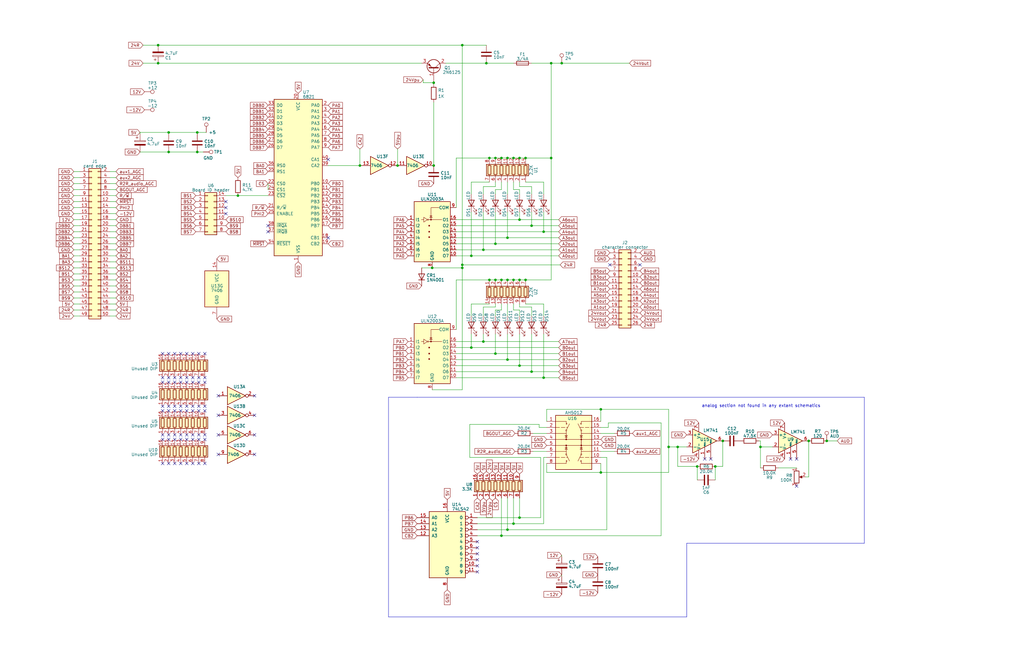
<source format=kicad_sch>
(kicad_sch (version 20230121) (generator eeschema)
  (paper "B")
  (junction (at 229.235 159.385))
  (junction (at 219.075 218.44))
  (junction (at 151.765 69.85))
  (junction (at 229.235 97.79))
  (junction (at 206.375 118.11))
  (junction (at 304.8 186.055))
  (junction (at 301.625 196.85))
  (junction (at 224.155 156.845))
  (junction (at 203.835 105.41))
  (junction (at 213.995 118.11))
  (junction (at 182.245 113.03))
  (junction (at 294.005 196.85))
  (junction (at 206.375 66.675))
  (junction (at 198.755 146.685))
  (junction (at 211.455 66.675))
  (junction (at 216.535 220.98))
  (junction (at 232.41 66.675))
  (junction (at 216.535 66.675))
  (junction (at 213.995 223.52))
  (junction (at 182.88 34.925))
  (junction (at 83.185 64.135))
  (junction (at 213.995 151.765))
  (junction (at 253.365 172.72))
  (junction (at 167.64 69.85))
  (junction (at 253.365 199.39))
  (junction (at 205.105 26.67))
  (junction (at 320.675 188.595))
  (junction (at 208.915 149.225))
  (junction (at 208.915 66.675))
  (junction (at 71.12 55.88))
  (junction (at 224.155 95.25))
  (junction (at 203.835 144.145))
  (junction (at 232.41 26.67))
  (junction (at 208.915 118.11))
  (junction (at 66.675 26.67))
  (junction (at 219.075 66.675))
  (junction (at 219.075 118.11))
  (junction (at 66.675 19.05))
  (junction (at 182.88 69.85))
  (junction (at 194.945 111.76))
  (junction (at 213.995 66.675))
  (junction (at 285.75 188.595))
  (junction (at 194.945 19.05))
  (junction (at 194.945 113.03))
  (junction (at 219.075 92.71))
  (junction (at 213.995 100.33))
  (junction (at 221.615 66.675))
  (junction (at 100.33 82.55))
  (junction (at 221.615 118.11))
  (junction (at 236.855 26.67))
  (junction (at 211.455 226.06))
  (junction (at 83.185 55.88))
  (junction (at 211.455 118.11))
  (junction (at 216.535 118.11))
  (junction (at 208.915 102.87))
  (junction (at 219.075 154.305))
  (junction (at 348.615 186.055))
  (junction (at 71.12 64.135))
  (junction (at 198.755 107.95))
  (junction (at 340.995 186.055))
  (junction (at 281.94 188.595))
  (no_connect (at 81.28 149.225))
  (no_connect (at 92.075 191.77))
  (no_connect (at 78.74 195.58))
  (no_connect (at 73.66 161.29))
  (no_connect (at 107.315 183.515))
  (no_connect (at 95.25 85.09))
  (no_connect (at 83.82 183.515))
  (no_connect (at 83.82 185.42))
  (no_connect (at 78.74 171.45))
  (no_connect (at 68.58 161.29))
  (no_connect (at 201.295 241.3))
  (no_connect (at 78.74 159.385))
  (no_connect (at 76.2 161.29))
  (no_connect (at 81.28 183.515))
  (no_connect (at 83.82 171.45))
  (no_connect (at 257.175 111.76))
  (no_connect (at 138.43 100.33))
  (no_connect (at 138.43 67.31))
  (no_connect (at 107.315 191.77))
  (no_connect (at 83.82 161.29))
  (no_connect (at 201.295 238.76))
  (no_connect (at 68.58 149.225))
  (no_connect (at 81.28 173.355))
  (no_connect (at 86.36 173.355))
  (no_connect (at 201.295 236.22))
  (no_connect (at 73.66 173.355))
  (no_connect (at 71.12 183.515))
  (no_connect (at 86.36 159.385))
  (no_connect (at 71.12 185.42))
  (no_connect (at 68.58 173.355))
  (no_connect (at 92.075 183.515))
  (no_connect (at 78.74 185.42))
  (no_connect (at 68.58 171.45))
  (no_connect (at 78.74 173.355))
  (no_connect (at 76.2 149.225))
  (no_connect (at 68.58 195.58))
  (no_connect (at 81.28 171.45))
  (no_connect (at 201.295 233.68))
  (no_connect (at 76.2 195.58))
  (no_connect (at 76.2 171.45))
  (no_connect (at 71.12 159.385))
  (no_connect (at 76.2 159.385))
  (no_connect (at 73.66 171.45))
  (no_connect (at 95.25 87.63))
  (no_connect (at 73.66 185.42))
  (no_connect (at 113.03 95.25))
  (no_connect (at 68.58 159.385))
  (no_connect (at 71.12 149.225))
  (no_connect (at 78.74 161.29))
  (no_connect (at 269.875 111.76))
  (no_connect (at 86.36 171.45))
  (no_connect (at 73.66 183.515))
  (no_connect (at 83.82 173.355))
  (no_connect (at 335.915 193.675))
  (no_connect (at 107.315 175.26))
  (no_connect (at 335.915 205.105))
  (no_connect (at 86.36 149.225))
  (no_connect (at 201.295 231.14))
  (no_connect (at 113.03 97.79))
  (no_connect (at 81.28 161.29))
  (no_connect (at 68.58 185.42))
  (no_connect (at 86.36 185.42))
  (no_connect (at 201.295 228.6))
  (no_connect (at 83.82 195.58))
  (no_connect (at 73.66 195.58))
  (no_connect (at 71.12 173.355))
  (no_connect (at 83.82 149.225))
  (no_connect (at 297.18 193.675))
  (no_connect (at 78.74 149.225))
  (no_connect (at 86.36 183.515))
  (no_connect (at 107.315 167.005))
  (no_connect (at 81.28 185.42))
  (no_connect (at 95.25 90.17))
  (no_connect (at 73.66 159.385))
  (no_connect (at 83.82 159.385))
  (no_connect (at 86.36 195.58))
  (no_connect (at 71.12 161.29))
  (no_connect (at 92.075 167.005))
  (no_connect (at 68.58 183.515))
  (no_connect (at 71.12 195.58))
  (no_connect (at 333.375 193.675))
  (no_connect (at 73.66 149.225))
  (no_connect (at 76.2 185.42))
  (no_connect (at 78.74 183.515))
  (no_connect (at 76.2 183.515))
  (no_connect (at 81.28 159.385))
  (no_connect (at 92.075 175.26))
  (no_connect (at 71.12 171.45))
  (no_connect (at 76.2 173.355))
  (no_connect (at 299.72 193.675))
  (no_connect (at 86.36 161.29))
  (no_connect (at 81.28 195.58))
  (wire (pts (xy 211.455 128.27) (xy 211.455 130.81)))
  (wire (pts (xy 198.755 146.685) (xy 198.755 140.97)))
  (wire (pts (xy 301.625 202.565) (xy 301.625 196.85)))
  (wire (pts (xy 48.895 113.03) (xy 46.355 113.03)))
  (wire (pts (xy 48.895 123.19) (xy 46.355 123.19)))
  (polyline (pts (xy 364.49 167.64) (xy 364.49 229.235)))
  (wire (pts (xy 48.895 102.87) (xy 46.355 102.87)))
  (wire (pts (xy 281.94 188.595) (xy 285.75 188.595)))
  (wire (pts (xy 48.895 107.95) (xy 46.355 107.95)))
  (wire (pts (xy 48.895 80.01) (xy 46.355 80.01)))
  (wire (pts (xy 227.33 179.07) (xy 227.33 180.34)))
  (wire (pts (xy 216.535 130.81) (xy 219.075 130.81)))
  (wire (pts (xy 198.755 107.95) (xy 198.755 89.535)))
  (wire (pts (xy 187.96 26.67) (xy 205.105 26.67)))
  (wire (pts (xy 256.54 180.34) (xy 253.365 180.34)))
  (wire (pts (xy 198.755 107.95) (xy 192.405 107.95)))
  (wire (pts (xy 229.235 193.04) (xy 230.505 193.04)))
  (wire (pts (xy 33.655 90.17) (xy 31.115 90.17)))
  (wire (pts (xy 192.405 92.71) (xy 219.075 92.71)))
  (wire (pts (xy 285.75 188.595) (xy 285.75 196.85)))
  (wire (pts (xy 33.655 72.39) (xy 31.115 72.39)))
  (wire (pts (xy 230.505 177.8) (xy 230.505 172.72)))
  (wire (pts (xy 281.94 188.595) (xy 281.94 199.39)))
  (wire (pts (xy 320.675 186.055) (xy 320.675 188.595)))
  (wire (pts (xy 235.585 144.145) (xy 203.835 144.145)))
  (wire (pts (xy 198.755 81.915) (xy 198.755 76.835)))
  (wire (pts (xy 208.915 80.01) (xy 211.455 80.01)))
  (wire (pts (xy 198.755 76.835) (xy 206.375 76.835)))
  (wire (pts (xy 236.855 26.67) (xy 265.43 26.67)))
  (wire (pts (xy 201.295 223.52) (xy 213.995 223.52)))
  (wire (pts (xy 229.235 159.385) (xy 229.235 140.97)))
  (wire (pts (xy 227.965 218.44) (xy 227.965 193.04)))
  (wire (pts (xy 100.33 82.55) (xy 113.03 82.55)))
  (wire (pts (xy 224.155 156.845) (xy 192.405 156.845)))
  (wire (pts (xy 198.755 133.35) (xy 198.755 128.27)))
  (wire (pts (xy 230.505 172.72) (xy 253.365 172.72)))
  (wire (pts (xy 208.915 149.225) (xy 192.405 149.225)))
  (wire (pts (xy 33.655 107.95) (xy 31.115 107.95)))
  (wire (pts (xy 230.505 199.39) (xy 253.365 199.39)))
  (wire (pts (xy 33.655 80.01) (xy 31.115 80.01)))
  (wire (pts (xy 235.585 146.685) (xy 198.755 146.685)))
  (wire (pts (xy 33.655 95.25) (xy 31.115 95.25)))
  (wire (pts (xy 33.655 120.65) (xy 31.115 120.65)))
  (wire (pts (xy 203.835 78.74) (xy 203.835 81.915)))
  (wire (pts (xy 219.075 81.915) (xy 219.075 80.01)))
  (wire (pts (xy 211.455 210.185) (xy 211.455 226.06)))
  (wire (pts (xy 198.12 179.07) (xy 227.33 179.07)))
  (wire (pts (xy 304.8 196.85) (xy 301.625 196.85)))
  (wire (pts (xy 259.08 182.88) (xy 253.365 182.88)))
  (wire (pts (xy 224.155 95.25) (xy 192.405 95.25)))
  (wire (pts (xy 48.895 92.71) (xy 46.355 92.71)))
  (wire (pts (xy 320.675 188.595) (xy 320.675 197.485)))
  (wire (pts (xy 151.765 69.85) (xy 152.4 69.85)))
  (wire (pts (xy 216.535 128.27) (xy 216.535 130.81)))
  (wire (pts (xy 208.915 130.81) (xy 208.915 133.35)))
  (wire (pts (xy 33.655 110.49) (xy 31.115 110.49)))
  (wire (pts (xy 48.895 130.81) (xy 46.355 130.81)))
  (wire (pts (xy 235.585 151.765) (xy 213.995 151.765)))
  (wire (pts (xy 71.12 64.135) (xy 83.185 64.135)))
  (wire (pts (xy 221.615 66.675) (xy 232.41 66.675)))
  (wire (pts (xy 48.895 118.11) (xy 46.355 118.11)))
  (polyline (pts (xy 289.56 260.35) (xy 163.83 260.35)))
  (wire (pts (xy 229.235 89.535) (xy 229.235 97.79)))
  (wire (pts (xy 221.615 128.27) (xy 229.235 128.27)))
  (wire (pts (xy 208.915 129.54) (xy 203.835 129.54)))
  (wire (pts (xy 256.54 178.435) (xy 256.54 180.34)))
  (wire (pts (xy 83.185 55.88) (xy 83.185 56.515)))
  (wire (pts (xy 59.055 64.135) (xy 71.12 64.135)))
  (wire (pts (xy 208.915 66.675) (xy 206.375 66.675)))
  (wire (pts (xy 235.585 154.305) (xy 219.075 154.305)))
  (wire (pts (xy 211.455 130.81) (xy 208.915 130.81)))
  (wire (pts (xy 48.895 125.73) (xy 46.355 125.73)))
  (wire (pts (xy 221.615 76.835) (xy 229.235 76.835)))
  (wire (pts (xy 33.655 85.09) (xy 31.115 85.09)))
  (wire (pts (xy 216.535 210.185) (xy 216.535 220.98)))
  (wire (pts (xy 48.895 74.93) (xy 46.355 74.93)))
  (wire (pts (xy 348.615 186.055) (xy 353.06 186.055)))
  (wire (pts (xy 178.435 33.655) (xy 178.435 34.925)))
  (wire (pts (xy 48.895 115.57) (xy 46.355 115.57)))
  (wire (pts (xy 320.04 186.055) (xy 320.675 186.055)))
  (wire (pts (xy 221.615 66.675) (xy 219.075 66.675)))
  (wire (pts (xy 192.405 118.11) (xy 206.375 118.11)))
  (wire (pts (xy 48.895 95.25) (xy 46.355 95.25)))
  (wire (pts (xy 278.765 226.06) (xy 278.765 178.435)))
  (wire (pts (xy 340.995 186.055) (xy 340.995 201.295)))
  (wire (pts (xy 33.655 87.63) (xy 31.115 87.63)))
  (wire (pts (xy 206.375 118.11) (xy 208.915 118.11)))
  (wire (pts (xy 60.325 19.05) (xy 66.675 19.05)))
  (wire (pts (xy 281.94 172.72) (xy 281.94 188.595)))
  (wire (pts (xy 182.245 113.03) (xy 194.945 113.03)))
  (wire (pts (xy 71.12 55.88) (xy 83.185 55.88)))
  (wire (pts (xy 285.75 188.595) (xy 289.56 188.595)))
  (wire (pts (xy 213.995 151.765) (xy 213.995 140.97)))
  (wire (pts (xy 224.155 95.25) (xy 224.155 89.535)))
  (wire (pts (xy 203.835 105.41) (xy 203.835 89.535)))
  (wire (pts (xy 219.075 129.54) (xy 224.155 129.54)))
  (wire (pts (xy 203.835 133.35) (xy 203.835 129.54)))
  (wire (pts (xy 281.94 199.39) (xy 253.365 199.39)))
  (wire (pts (xy 219.075 154.305) (xy 219.075 140.97)))
  (wire (pts (xy 219.075 66.675) (xy 216.535 66.675)))
  (wire (pts (xy 325.755 188.595) (xy 320.675 188.595)))
  (wire (pts (xy 48.895 72.39) (xy 46.355 72.39)))
  (wire (pts (xy 232.41 26.67) (xy 232.41 66.675)))
  (polyline (pts (xy 175.895 167.64) (xy 364.49 167.64)))
  (wire (pts (xy 235.585 105.41) (xy 203.835 105.41)))
  (wire (pts (xy 178.435 34.925) (xy 182.88 34.925)))
  (wire (pts (xy 192.405 97.79) (xy 229.235 97.79)))
  (wire (pts (xy 194.945 164.465) (xy 194.945 113.03)))
  (polyline (pts (xy 289.56 229.235) (xy 289.56 260.35)))
  (wire (pts (xy 235.585 159.385) (xy 229.235 159.385)))
  (wire (pts (xy 33.655 128.27) (xy 31.115 128.27)))
  (wire (pts (xy 224.155 26.67) (xy 232.41 26.67)))
  (wire (pts (xy 85.725 64.135) (xy 83.185 64.135)))
  (wire (pts (xy 33.655 113.03) (xy 31.115 113.03)))
  (wire (pts (xy 59.055 55.88) (xy 59.055 56.515)))
  (wire (pts (xy 95.25 82.55) (xy 100.33 82.55)))
  (wire (pts (xy 253.365 172.72) (xy 253.365 177.8)))
  (wire (pts (xy 182.88 35.56) (xy 182.88 34.925)))
  (wire (pts (xy 206.375 128.27) (xy 198.755 128.27)))
  (wire (pts (xy 203.835 105.41) (xy 192.405 105.41)))
  (wire (pts (xy 138.43 69.85) (xy 151.765 69.85)))
  (wire (pts (xy 285.75 196.85) (xy 294.005 196.85)))
  (wire (pts (xy 48.895 105.41) (xy 46.355 105.41)))
  (wire (pts (xy 194.945 19.05) (xy 205.105 19.05)))
  (wire (pts (xy 33.655 97.79) (xy 31.115 97.79)))
  (wire (pts (xy 33.655 115.57) (xy 31.115 115.57)))
  (wire (pts (xy 194.945 111.76) (xy 194.945 113.03)))
  (wire (pts (xy 227.965 218.44) (xy 219.075 218.44)))
  (wire (pts (xy 48.895 97.79) (xy 46.355 97.79)))
  (wire (pts (xy 71.12 55.88) (xy 71.12 56.515)))
  (wire (pts (xy 48.895 85.09) (xy 46.355 85.09)))
  (wire (pts (xy 211.455 80.01) (xy 211.455 76.835)))
  (wire (pts (xy 216.535 76.835) (xy 216.535 80.01)))
  (wire (pts (xy 216.535 220.98) (xy 229.235 220.98)))
  (wire (pts (xy 224.79 190.5) (xy 230.505 190.5)))
  (wire (pts (xy 219.075 218.44) (xy 201.295 218.44)))
  (wire (pts (xy 229.235 81.915) (xy 229.235 76.835)))
  (wire (pts (xy 48.895 133.35) (xy 46.355 133.35)))
  (wire (pts (xy 255.905 193.04) (xy 253.365 193.04)))
  (wire (pts (xy 48.895 128.27) (xy 46.355 128.27)))
  (wire (pts (xy 59.055 55.88) (xy 71.12 55.88)))
  (wire (pts (xy 33.655 125.73) (xy 31.115 125.73)))
  (wire (pts (xy 33.655 130.81) (xy 31.115 130.81)))
  (wire (pts (xy 33.655 105.41) (xy 31.115 105.41)))
  (wire (pts (xy 33.655 82.55) (xy 31.115 82.55)))
  (wire (pts (xy 216.535 118.11) (xy 213.995 118.11)))
  (wire (pts (xy 213.995 223.52) (xy 255.905 223.52)))
  (wire (pts (xy 221.615 118.11) (xy 232.41 118.11)))
  (wire (pts (xy 224.155 156.845) (xy 224.155 140.97)))
  (polyline (pts (xy 163.83 215.265) (xy 163.83 260.35)))
  (polyline (pts (xy 163.83 215.265) (xy 163.83 167.64)))
  (wire (pts (xy 182.245 164.465) (xy 194.945 164.465)))
  (wire (pts (xy 208.915 128.27) (xy 208.915 129.54)))
  (wire (pts (xy 192.405 66.675) (xy 192.405 87.63)))
  (wire (pts (xy 224.155 129.54) (xy 224.155 133.35)))
  (wire (pts (xy 48.895 110.49) (xy 46.355 110.49)))
  (wire (pts (xy 198.12 193.04) (xy 198.12 179.07)))
  (wire (pts (xy 86.995 55.88) (xy 83.185 55.88)))
  (wire (pts (xy 213.995 100.33) (xy 235.585 100.33)))
  (wire (pts (xy 224.79 182.88) (xy 230.505 182.88)))
  (wire (pts (xy 232.41 66.675) (xy 232.41 118.11)))
  (wire (pts (xy 219.075 76.835) (xy 219.075 78.74)))
  (wire (pts (xy 208.915 78.74) (xy 203.835 78.74)))
  (wire (pts (xy 235.585 149.225) (xy 208.915 149.225)))
  (wire (pts (xy 33.655 100.33) (xy 31.115 100.33)))
  (wire (pts (xy 33.655 74.93) (xy 31.115 74.93)))
  (wire (pts (xy 60.325 26.67) (xy 66.675 26.67)))
  (wire (pts (xy 294.005 202.565) (xy 294.005 196.85)))
  (wire (pts (xy 216.535 80.01) (xy 219.075 80.01)))
  (wire (pts (xy 208.915 149.225) (xy 208.915 140.97)))
  (wire (pts (xy 213.995 210.185) (xy 213.995 223.52)))
  (wire (pts (xy 192.405 118.11) (xy 192.405 139.065)))
  (wire (pts (xy 213.995 151.765) (xy 192.405 151.765)))
  (wire (pts (xy 219.075 78.74) (xy 224.155 78.74)))
  (wire (pts (xy 48.895 100.33) (xy 46.355 100.33)))
  (wire (pts (xy 235.585 156.845) (xy 224.155 156.845)))
  (wire (pts (xy 48.895 90.17) (xy 46.355 90.17)))
  (wire (pts (xy 213.995 100.33) (xy 213.995 89.535)))
  (wire (pts (xy 219.075 210.185) (xy 219.075 218.44)))
  (wire (pts (xy 213.995 66.675) (xy 216.535 66.675)))
  (wire (pts (xy 253.365 199.39) (xy 253.365 195.58)))
  (wire (pts (xy 259.08 190.5) (xy 253.365 190.5)))
  (wire (pts (xy 278.765 178.435) (xy 256.54 178.435)))
  (wire (pts (xy 33.655 77.47) (xy 31.115 77.47)))
  (wire (pts (xy 219.075 154.305) (xy 192.405 154.305)))
  (wire (pts (xy 177.8 113.03) (xy 182.245 113.03)))
  (wire (pts (xy 304.8 186.055) (xy 304.8 196.85)))
  (wire (pts (xy 213.995 118.11) (xy 211.455 118.11)))
  (wire (pts (xy 227.33 180.34) (xy 230.505 180.34)))
  (wire (pts (xy 227.965 193.04) (xy 198.12 193.04)))
  (wire (pts (xy 48.895 77.47) (xy 46.355 77.47)))
  (wire (pts (xy 229.235 193.04) (xy 229.235 220.98)))
  (wire (pts (xy 232.41 26.67) (xy 236.855 26.67)))
  (wire (pts (xy 213.995 81.915) (xy 213.995 76.835)))
  (wire (pts (xy 113.03 77.47) (xy 113.03 80.01)))
  (wire (pts (xy 201.295 220.98) (xy 216.535 220.98)))
  (wire (pts (xy 206.375 66.675) (xy 192.405 66.675)))
  (wire (pts (xy 208.915 78.74) (xy 208.915 76.835)))
  (wire (pts (xy 151.765 62.865) (xy 151.765 69.85)))
  (wire (pts (xy 33.655 92.71) (xy 31.115 92.71)))
  (wire (pts (xy 211.455 66.675) (xy 208.915 66.675)))
  (wire (pts (xy 219.075 118.11) (xy 216.535 118.11)))
  (wire (pts (xy 33.655 102.87) (xy 31.115 102.87)))
  (wire (pts (xy 48.895 87.63) (xy 46.355 87.63)))
  (wire (pts (xy 48.895 82.55) (xy 46.355 82.55)))
  (wire (pts (xy 236.855 243.205) (xy 236.855 242.57)))
  (wire (pts (xy 198.755 146.685) (xy 192.405 146.685)))
  (wire (pts (xy 219.075 92.71) (xy 235.585 92.71)))
  (wire (pts (xy 211.455 226.06) (xy 278.765 226.06)))
  (wire (pts (xy 66.675 26.67) (xy 177.8 26.67)))
  (wire (pts (xy 208.915 102.87) (xy 192.405 102.87)))
  (wire (pts (xy 203.835 144.145) (xy 203.835 140.97)))
  (wire (pts (xy 33.655 118.11) (xy 31.115 118.11)))
  (wire (pts (xy 229.235 97.79) (xy 235.585 97.79)))
  (wire (pts (xy 236.855 234.315) (xy 236.855 234.95)))
  (wire (pts (xy 219.075 130.81) (xy 219.075 133.35)))
  (wire (pts (xy 194.945 19.05) (xy 194.945 111.76)))
  (wire (pts (xy 229.235 128.27) (xy 229.235 133.35)))
  (wire (pts (xy 201.295 226.06) (xy 211.455 226.06)))
  (wire (pts (xy 235.585 107.95) (xy 198.755 107.95)))
  (wire (pts (xy 66.675 19.05) (xy 194.945 19.05)))
  (wire (pts (xy 213.995 100.33) (xy 192.405 100.33)))
  (wire (pts (xy 235.585 95.25) (xy 224.155 95.25)))
  (wire (pts (xy 229.235 159.385) (xy 192.405 159.385)))
  (wire (pts (xy 219.075 92.71) (xy 219.075 89.535)))
  (wire (pts (xy 328.295 197.485) (xy 335.915 197.485)))
  (wire (pts (xy 219.075 128.27) (xy 219.075 129.54)))
  (wire (pts (xy 235.585 102.87) (xy 208.915 102.87)))
  (wire (pts (xy 167.64 62.865) (xy 167.64 69.85)))
  (wire (pts (xy 208.915 102.87) (xy 208.915 89.535)))
  (polyline (pts (xy 364.49 229.235) (xy 289.56 229.235)))
  (wire (pts (xy 182.88 43.18) (xy 182.88 69.85)))
  (wire (pts (xy 216.535 26.67) (xy 205.105 26.67)))
  (wire (pts (xy 182.88 34.925) (xy 182.88 34.29)))
  (wire (pts (xy 339.725 201.295) (xy 340.995 201.295)))
  (wire (pts (xy 255.905 223.52) (xy 255.905 193.04)))
  (wire (pts (xy 236.22 111.76) (xy 194.945 111.76)))
  (wire (pts (xy 211.455 118.11) (xy 208.915 118.11)))
  (polyline (pts (xy 163.83 167.64) (xy 175.895 167.64)))
  (wire (pts (xy 253.365 172.72) (xy 281.94 172.72)))
  (wire (pts (xy 203.835 144.145) (xy 192.405 144.145)))
  (wire (pts (xy 208.915 81.915) (xy 208.915 80.01)))
  (wire (pts (xy 211.455 66.675) (xy 213.995 66.675)))
  (wire (pts (xy 230.505 195.58) (xy 230.505 199.39)))
  (wire (pts (xy 33.655 123.19) (xy 31.115 123.19)))
  (wire (pts (xy 48.895 120.65) (xy 46.355 120.65)))
  (wire (pts (xy 33.655 133.35) (xy 31.115 133.35)))
  (wire (pts (xy 221.615 118.11) (xy 219.075 118.11)))
  (wire (pts (xy 213.995 133.35) (xy 213.995 128.27)))
  (wire (pts (xy 224.155 78.74) (xy 224.155 81.915)))
  (text "analog section not found in any extant schematics" (at 295.91 172.085 0) (effects (font (size 1.27 1.27)) (justify left bottom)))
  (global_label "aux1_AGC" (shape input) (at 48.895 72.39 0) (property "Intersheetrefs" "${INTERSHEET_REFS}" (effects hide)))
  (global_label "GND" (shape input) (at 325.755 183.515 180) (property "Intersheetrefs" "${INTERSHEET_REFS}" (effects hide)))
  (global_label "5V" (shape input) (at 211.455 200.025 90) (property "Intersheetrefs" "${INTERSHEET_REFS}" (effects hide)))
  (global_label "BS2" (shape input) (at 82.55 85.09 180) (property "Intersheetrefs" "${INTERSHEET_REFS}" (effects hide)))
  (global_label "PA4" (shape input) (at 172.085 97.79 180) (property "Intersheetrefs" "${INTERSHEET_REFS}" (effects hide)))
  (global_label "DBB6" (shape input) (at 113.03 59.69 180) (property "Intersheetrefs" "${INTERSHEET_REFS}" (effects hide)))
  (global_label "GND" (shape input) (at 177.8 120.65 180) (property "Intersheetrefs" "${INTERSHEET_REFS}" (effects hide)))
  (global_label "12V" (shape input) (at 294.64 178.435 180) (property "Intersheetrefs" "${INTERSHEET_REFS}" (effects hide)))
  (global_label "GND" (shape input) (at 31.115 80.01 180) (property "Intersheetrefs" "${INTERSHEET_REFS}" (effects hide)))
  (global_label "CS" (shape input) (at 208.915 210.185 270) (property "Intersheetrefs" "${INTERSHEET_REFS}" (effects hide)))
  (global_label "aux2_AGC" (shape input) (at 48.895 74.93 0) (property "Intersheetrefs" "${INTERSHEET_REFS}" (effects hide)))
  (global_label "PA7" (shape input) (at 138.43 62.23 0) (property "Intersheetrefs" "${INTERSHEET_REFS}" (effects hide)))
  (global_label "PHI2" (shape input) (at 113.03 90.17 180) (property "Intersheetrefs" "${INTERSHEET_REFS}" (effects hide)))
  (global_label "DBB3" (shape input) (at 113.03 52.07 180) (property "Intersheetrefs" "${INTERSHEET_REFS}" (effects hide)))
  (global_label "BA1" (shape input) (at 113.03 72.39 180) (property "Intersheetrefs" "${INTERSHEET_REFS}" (effects hide)))
  (global_label "24V" (shape input) (at 48.895 133.35 0) (property "Intersheetrefs" "${INTERSHEET_REFS}" (effects hide)))
  (global_label "DBB2" (shape input) (at 113.03 49.53 180) (property "Intersheetrefs" "${INTERSHEET_REFS}" (effects hide)))
  (global_label "PB7" (shape input) (at 175.895 220.98 180) (property "Intersheetrefs" "${INTERSHEET_REFS}" (effects hide)))
  (global_label "BA2" (shape input) (at 48.895 107.95 0) (property "Intersheetrefs" "${INTERSHEET_REFS}" (effects hide)))
  (global_label "BS2" (shape input) (at 48.895 115.57 0) (property "Intersheetrefs" "${INTERSHEET_REFS}" (effects hide)))
  (global_label "GND" (shape input) (at 269.875 109.22 0) (property "Intersheetrefs" "${INTERSHEET_REFS}" (effects hide)))
  (global_label "DBB5" (shape input) (at 113.03 57.15 180) (property "Intersheetrefs" "${INTERSHEET_REFS}" (effects hide)))
  (global_label "5V" (shape input) (at 91.44 109.22 0) (property "Intersheetrefs" "${INTERSHEET_REFS}" (effects hide)))
  (global_label "BS8" (shape input) (at 95.25 97.79 0) (property "Intersheetrefs" "${INTERSHEET_REFS}" (effects hide)))
  (global_label "AUD" (shape input) (at 269.875 106.68 0) (property "Intersheetrefs" "${INTERSHEET_REFS}" (effects hide)))
  (global_label "BA3" (shape input) (at 31.115 110.49 180) (property "Intersheetrefs" "${INTERSHEET_REFS}" (effects hide)))
  (global_label "GND" (shape input) (at 59.055 64.135 180) (property "Intersheetrefs" "${INTERSHEET_REFS}" (effects hide)))
  (global_label "24R" (shape input) (at 236.22 111.76 0) (property "Intersheetrefs" "${INTERSHEET_REFS}" (effects hide)))
  (global_label "PA2" (shape input) (at 138.43 49.53 0) (property "Intersheetrefs" "${INTERSHEET_REFS}" (effects hide)))
  (global_label "GND" (shape input) (at 175.895 223.52 180) (property "Intersheetrefs" "${INTERSHEET_REFS}" (effects hide)))
  (global_label "DBB0" (shape input) (at 113.03 44.45 180) (property "Intersheetrefs" "${INTERSHEET_REFS}" (effects hide)))
  (global_label "GND" (shape input) (at 253.365 185.42 0) (property "Intersheetrefs" "${INTERSHEET_REFS}" (effects hide)))
  (global_label "A6out" (shape input) (at 235.585 92.71 0) (property "Intersheetrefs" "${INTERSHEET_REFS}" (effects hide)))
  (global_label "PA3" (shape input) (at 172.085 100.33 180) (property "Intersheetrefs" "${INTERSHEET_REFS}" (effects hide)))
  (global_label "BS4" (shape input) (at 48.895 118.11 0) (property "Intersheetrefs" "${INTERSHEET_REFS}" (effects hide)))
  (global_label "GND" (shape input) (at 253.365 187.96 0) (property "Intersheetrefs" "${INTERSHEET_REFS}" (effects hide)))
  (global_label "PA0" (shape input) (at 138.43 44.45 0) (property "Intersheetrefs" "${INTERSHEET_REFS}" (effects hide)))
  (global_label "~{MRST}" (shape input) (at 113.03 102.87 180) (property "Intersheetrefs" "${INTERSHEET_REFS}" (effects hide)))
  (global_label "GND" (shape input) (at 31.115 82.55 180) (property "Intersheetrefs" "${INTERSHEET_REFS}" (effects hide)))
  (global_label "5V" (shape input) (at 31.115 128.27 180) (property "Intersheetrefs" "${INTERSHEET_REFS}" (effects hide)))
  (global_label "A5out" (shape input) (at 257.175 124.46 180) (property "Intersheetrefs" "${INTERSHEET_REFS}" (effects hide)))
  (global_label "PA7" (shape input) (at 172.085 144.145 180) (property "Intersheetrefs" "${INTERSHEET_REFS}" (effects hide)))
  (global_label "DBB7" (shape input) (at 48.895 102.87 0) (property "Intersheetrefs" "${INTERSHEET_REFS}" (effects hide)))
  (global_label "5V" (shape input) (at 216.535 200.025 90) (property "Intersheetrefs" "${INTERSHEET_REFS}" (effects hide)))
  (global_label "PA0" (shape input) (at 172.085 107.95 180) (property "Intersheetrefs" "${INTERSHEET_REFS}" (effects hide)))
  (global_label "24R" (shape input) (at 269.875 137.16 0) (property "Intersheetrefs" "${INTERSHEET_REFS}" (effects hide)))
  (global_label "DBB1" (shape input) (at 48.895 95.25 0) (property "Intersheetrefs" "${INTERSHEET_REFS}" (effects hide)))
  (global_label "PB3" (shape input) (at 172.085 154.305 180) (property "Intersheetrefs" "${INTERSHEET_REFS}" (effects hide)))
  (global_label "24Vout" (shape input) (at 269.875 134.62 0) (property "Intersheetrefs" "${INTERSHEET_REFS}" (effects hide)))
  (global_label "PB5" (shape input) (at 172.085 159.385 180) (property "Intersheetrefs" "${INTERSHEET_REFS}" (effects hide)))
  (global_label "PB6" (shape input) (at 138.43 92.71 0) (property "Intersheetrefs" "${INTERSHEET_REFS}" (effects hide)))
  (global_label "BS1" (shape input) (at 31.115 115.57 180) (property "Intersheetrefs" "${INTERSHEET_REFS}" (effects hide)))
  (global_label "PA4" (shape input) (at 138.43 54.61 0) (property "Intersheetrefs" "${INTERSHEET_REFS}" (effects hide)))
  (global_label "-12V" (shape input) (at 60.96 46.355 180) (property "Intersheetrefs" "${INTERSHEET_REFS}" (effects hide)))
  (global_label "PA6" (shape input) (at 138.43 59.69 0) (property "Intersheetrefs" "${INTERSHEET_REFS}" (effects hide)))
  (global_label "BS5" (shape input) (at 31.115 120.65 180) (property "Intersheetrefs" "${INTERSHEET_REFS}" (effects hide)))
  (global_label "GND" (shape input) (at 31.115 85.09 180) (property "Intersheetrefs" "${INTERSHEET_REFS}" (effects hide)))
  (global_label "DBB4" (shape input) (at 113.03 54.61 180) (property "Intersheetrefs" "${INTERSHEET_REFS}" (effects hide)))
  (global_label "24Vout" (shape input) (at 257.175 134.62 180) (property "Intersheetrefs" "${INTERSHEET_REFS}" (effects hide)))
  (global_label "A5out" (shape input) (at 235.585 95.25 0) (property "Intersheetrefs" "${INTERSHEET_REFS}" (effects hide)))
  (global_label "GND" (shape input) (at 257.175 106.68 180) (property "Intersheetrefs" "${INTERSHEET_REFS}" (effects hide)))
  (global_label "BS6" (shape input) (at 82.55 95.25 180) (property "Intersheetrefs" "${INTERSHEET_REFS}" (effects hide)))
  (global_label "BGOUT_AGC" (shape input) (at 48.895 80.01 0) (property "Intersheetrefs" "${INTERSHEET_REFS}" (effects hide)))
  (global_label "A2out" (shape input) (at 269.875 127 0) (property "Intersheetrefs" "${INTERSHEET_REFS}" (effects hide)))
  (global_label "PHI2" (shape input) (at 48.895 87.63 0) (property "Intersheetrefs" "${INTERSHEET_REFS}" (effects hide)))
  (global_label "GND" (shape input) (at 31.115 77.47 180) (property "Intersheetrefs" "${INTERSHEET_REFS}" (effects hide)))
  (global_label "24Vout" (shape input) (at 269.875 132.08 0) (property "Intersheetrefs" "${INTERSHEET_REFS}" (effects hide)))
  (global_label "24V" (shape input) (at 31.115 133.35 180) (property "Intersheetrefs" "${INTERSHEET_REFS}" (effects hide)))
  (global_label "B0out" (shape input) (at 269.875 119.38 0) (property "Intersheetrefs" "${INTERSHEET_REFS}" (effects hide)))
  (global_label "A2out" (shape input) (at 235.585 102.87 0) (property "Intersheetrefs" "${INTERSHEET_REFS}" (effects hide)))
  (global_label "B5out" (shape input) (at 235.585 159.385 0) (property "Intersheetrefs" "${INTERSHEET_REFS}" (effects hide)))
  (global_label "5V" (shape input) (at 208.915 200.025 90) (property "Intersheetrefs" "${INTERSHEET_REFS}" (effects hide)))
  (global_label "B4out" (shape input) (at 235.585 156.845 0) (property "Intersheetrefs" "${INTERSHEET_REFS}" (effects hide)))
  (global_label "5V" (shape input) (at 203.835 200.025 90) (property "Intersheetrefs" "${INTERSHEET_REFS}" (effects hide)))
  (global_label "-12V" (shape input) (at 252.095 250.19 180) (property "Intersheetrefs" "${INTERSHEET_REFS}" (effects hide)))
  (global_label "AUD" (shape input) (at 353.06 186.055 0) (property "Intersheetrefs" "${INTERSHEET_REFS}" (effects hide)))
  (global_label "12V" (shape input) (at 252.095 234.95 180) (property "Intersheetrefs" "${INTERSHEET_REFS}" (effects hide)))
  (global_label "B3out" (shape input) (at 257.175 116.84 180) (property "Intersheetrefs" "${INTERSHEET_REFS}" (effects hide)))
  (global_label "PB7" (shape input) (at 138.43 95.25 0) (property "Intersheetrefs" "${INTERSHEET_REFS}" (effects hide)))
  (global_label "PB4" (shape input) (at 138.43 87.63 0) (property "Intersheetrefs" "${INTERSHEET_REFS}" (effects hide)))
  (global_label "CA2" (shape input) (at 151.765 62.865 90) (property "Intersheetrefs" "${INTERSHEET_REFS}" (effects hide)))
  (global_label "PB6" (shape input) (at 175.895 218.44 180) (property "Intersheetrefs" "${INTERSHEET_REFS}" (effects hide)))
  (global_label "12V" (shape input) (at 60.96 38.735 180) (property "Intersheetrefs" "${INTERSHEET_REFS}" (effects hide)))
  (global_label "R{slash}~{W}" (shape input) (at 48.895 82.55 0) (property "Intersheetrefs" "${INTERSHEET_REFS}" (effects hide)))
  (global_label "GND" (shape input) (at 31.115 105.41 180) (property "Intersheetrefs" "${INTERSHEET_REFS}" (effects hide)))
  (global_label "DBB2" (shape input) (at 31.115 97.79 180) (property "Intersheetrefs" "${INTERSHEET_REFS}" (effects hide)))
  (global_label "24Vout" (shape input) (at 257.175 132.08 180) (property "Intersheetrefs" "${INTERSHEET_REFS}" (effects hide)))
  (global_label "BS3" (shape input) (at 31.115 118.11 180) (property "Intersheetrefs" "${INTERSHEET_REFS}" (effects hide)))
  (global_label "GND" (shape input) (at 252.095 242.57 180) (property "Intersheetrefs" "${INTERSHEET_REFS}" (effects hide)))
  (global_label "R2R_audio_AGC" (shape input) (at 217.17 190.5 180) (property "Intersheetrefs" "${INTERSHEET_REFS}" (effects hide)))
  (global_label "BA0" (shape input) (at 48.895 105.41 0) (property "Intersheetrefs" "${INTERSHEET_REFS}" (effects hide)))
  (global_label "GND" (shape input) (at 188.595 248.92 270) (property "Intersheetrefs" "${INTERSHEET_REFS}" (effects hide)))
  (global_label "24Vpu" (shape input) (at 178.435 33.655 180) (property "Intersheetrefs" "${INTERSHEET_REFS}" (effects hide)))
  (global_label "24V" (shape input) (at 60.325 26.67 180) (property "Intersheetrefs" "${INTERSHEET_REFS}" (effects hide)))
  (global_label "PB2" (shape input) (at 172.085 151.765 180) (property "Intersheetrefs" "${INTERSHEET_REFS}" (effects hide)))
  (global_label "GND" (shape input) (at 230.505 187.96 180) (property "Intersheetrefs" "${INTERSHEET_REFS}" (effects hide)))
  (global_label "24Vout" (shape input) (at 265.43 26.67 0) (property "Intersheetrefs" "${INTERSHEET_REFS}" (effects hide)))
  (global_label "5V" (shape input) (at 125.73 39.37 90) (property "Intersheetrefs" "${INTERSHEET_REFS}" (effects hide)))
  (global_label "BS11" (shape input) (at 48.895 110.49 0) (property "Intersheetrefs" "${INTERSHEET_REFS}" (effects hide)))
  (global_label "B3out" (shape input) (at 235.585 154.305 0) (property "Intersheetrefs" "${INTERSHEET_REFS}" (effects hide)))
  (global_label "A3out" (shape input) (at 235.585 100.33 0) (property "Intersheetrefs" "${INTERSHEET_REFS}" (effects hide)))
  (global_label "BA1" (shape input) (at 31.115 107.95 180) (property "Intersheetrefs" "${INTERSHEET_REFS}" (effects hide)))
  (global_label "PB4" (shape input) (at 172.085 156.845 180) (property "Intersheetrefs" "${INTERSHEET_REFS}" (effects hide)))
  (global_label "DBB4" (shape input) (at 31.115 100.33 180) (property "Intersheetrefs" "${INTERSHEET_REFS}" (effects hide)))
  (global_label "PA1" (shape input) (at 138.43 46.99 0) (property "Intersheetrefs" "${INTERSHEET_REFS}" (effects hide)))
  (global_label "BS13" (shape input) (at 48.895 113.03 0) (property "Intersheetrefs" "${INTERSHEET_REFS}" (effects hide)))
  (global_label "aux2_AGC" (shape input) (at 266.7 190.5 0) (property "Intersheetrefs" "${INTERSHEET_REFS}" (effects hide)))
  (global_label "A0out" (shape input) (at 269.875 129.54 0) (property "Intersheetrefs" "${INTERSHEET_REFS}" (effects hide)))
  (global_label "5V" (shape input) (at 188.595 210.82 90) (property "Intersheetrefs" "${INTERSHEET_REFS}" (effects hide)))
  (global_label "BS4" (shape input) (at 82.55 90.17 180) (property "Intersheetrefs" "${INTERSHEET_REFS}" (effects hide)))
  (global_label "CB2" (shape input) (at 175.895 226.06 180) (property "Intersheetrefs" "${INTERSHEET_REFS}" (effects hide)))
  (global_label "GND" (shape input) (at 31.115 74.93 180) (property "Intersheetrefs" "${INTERSHEET_REFS}" (effects hide)))
  (global_label "12V" (shape input) (at 236.855 234.315 180) (property "Intersheetrefs" "${INTERSHEET_REFS}" (effects hide)))
  (global_label "GND" (shape input) (at 48.895 92.71 0) (property "Intersheetrefs" "${INTERSHEET_REFS}" (effects hide)))
  (global_label "~{MRST}" (shape input) (at 48.895 85.09 0) (property "Intersheetrefs" "${INTERSHEET_REFS}" (effects hide)))
  (global_label "CS" (shape input) (at 113.03 77.47 180) (property "Intersheetrefs" "${INTERSHEET_REFS}" (effects hide)))
  (global_label "GND" (shape input) (at 125.73 110.49 270) (property "Intersheetrefs" "${INTERSHEET_REFS}" (effects hide)))
  (global_label "24R" (shape input) (at 257.175 137.16 180) (property "Intersheetrefs" "${INTERSHEET_REFS}" (effects hide)))
  (global_label "A6out" (shape input) (at 269.875 121.92 0) (property "Intersheetrefs" "${INTERSHEET_REFS}" (effects hide)))
  (global_label "PA5" (shape input) (at 172.085 95.25 180) (property "Intersheetrefs" "${INTERSHEET_REFS}" (effects hide)))
  (global_label "B4out" (shape input) (at 269.875 114.3 0) (property "Intersheetrefs" "${INTERSHEET_REFS}" (effects hide)))
  (global_label "A1out" (shape input) (at 257.175 129.54 180) (property "Intersheetrefs" "${INTERSHEET_REFS}" (effects hide)))
  (global_label "24R" (shape input) (at 60.325 19.05 180) (property "Intersheetrefs" "${INTERSHEET_REFS}" (effects hide)))
  (global_label "A7out" (shape input) (at 235.585 144.145 0) (property "Intersheetrefs" "${INTERSHEET_REFS}" (effects hide)))
  (global_label "PB2" (shape input) (at 138.43 82.55 0) (property "Intersheetrefs" "${INTERSHEET_REFS}" (effects hide)))
  (global_label "PB1" (shape input) (at 172.085 149.225 180) (property "Intersheetrefs" "${INTERSHEET_REFS}" (effects hide)))
  (global_label "B1out" (shape input) (at 235.585 149.225 0) (property "Intersheetrefs" "${INTERSHEET_REFS}" (effects hide)))
  (global_label "BGOUT_AGC" (shape input) (at 217.17 182.88 180) (property "Intersheetrefs" "${INTERSHEET_REFS}" (effects hide)))
  (global_label "PB0" (shape input) (at 138.43 77.47 0) (property "Intersheetrefs" "${INTERSHEET_REFS}" (effects hide)))
  (global_label "5V" (shape input) (at 59.055 55.88 180) (property "Intersheetrefs" "${INTERSHEET_REFS}" (effects hide)))
  (global_label "BS3" (shape input) (at 82.55 87.63 180) (property "Intersheetrefs" "${INTERSHEET_REFS}" (effects hide)))
  (global_label "PA5" (shape input) (at 138.43 57.15 0) (property "Intersheetrefs" "${INTERSHEET_REFS}" (effects hide)))
  (global_label "GND" (shape input) (at 31.115 87.63 180) (property "Intersheetrefs" "${INTERSHEET_REFS}" (effects hide)))
  (global_label "BS6" (shape input) (at 48.895 120.65 0) (property "Intersheetrefs" "${INTERSHEET_REFS}" (effects hide)))
  (global_label "DBB0" (shape input) (at 31.115 95.25 180) (property "Intersheetrefs" "${INTERSHEET_REFS}" (effects hide)))
  (global_label "B5out" (shape input) (at 257.175 114.3 180) (property "Intersheetrefs" "${INTERSHEET_REFS}" (effects hide)))
  (global_label "PB5" (shape input) (at 138.43 90.17 0) (property "Intersheetrefs" "${INTERSHEET_REFS}" (effects hide)))
  (global_label "BS12" (shape input) (at 31.115 113.03 180) (property "Intersheetrefs" "${INTERSHEET_REFS}" (effects hide)))
  (global_label "BA0" (shape input) (at 113.03 69.85 180) (property "Intersheetrefs" "${INTERSHEET_REFS}" (effects hide)))
  (global_label "B1out" (shape input) (at 257.175 119.38 180) (property "Intersheetrefs" "${INTERSHEET_REFS}" (effects hide)))
  (global_label "GND" (shape input) (at 31.115 72.39 180) (property "Intersheetrefs" "${INTERSHEET_REFS}" (effects hide)))
  (global_label "-12V" (shape input) (at 48.895 90.17 0) (property "Intersheetrefs" "${INTERSHEET_REFS}" (effects hide)))
  (global_label "5V" (shape input) (at 100.33 74.93 90) (property "Intersheetrefs" "${INTERSHEET_REFS}" (effects hide)))
  (global_label "CA2" (shape input) (at 201.295 210.185 270) (property "Intersheetrefs" "${INTERSHEET_REFS}" (effects hide)))
  (global_label "GND" (shape input) (at 289.56 183.515 180) (property "Intersheetrefs" "${INTERSHEET_REFS}" (effects hide)))
  (global_label "BS5" (shape input) (at 82.55 92.71 180) (property "Intersheetrefs" "${INTERSHEET_REFS}" (effects hide)))
  (global_label "BS1" (shape input) (at 82.55 82.55 180) (property "Intersheetrefs" "${INTERSHEET_REFS}" (effects hide)))
  (global_label "BS9" (shape input) (at 95.25 95.25 0) (property "Intersheetrefs" "${INTERSHEET_REFS}" (effects hide)))
  (global_label "BS10" (shape input) (at 95.25 92.71 0) (property "Intersheetrefs" "${INTERSHEET_REFS}" (effects hide)))
  (global_label "PA6" (shape input) (at 172.085 92.71 180) (property "Intersheetrefs" "${INTERSHEET_REFS}" (effects hide)))
  (global_label "-12V" (shape input) (at 330.835 193.675 180) (property "Intersheetrefs" "${INTERSHEET_REFS}" (effects hide)))
  (global_label "DBB7" (shape input) (at 113.03 62.23 180) (property "Intersheetrefs" "${INTERSHEET_REFS}" (effects hide)))
  (global_label "PA3" (shape input) (at 138.43 52.07 0) (property "Intersheetrefs" "${INTERSHEET_REFS}" (effects hide)))
  (global_label "5V" (shape input) (at 213.995 200.025 90) (property "Intersheetrefs" "${INTERSHEET_REFS}" (effects hide)))
  (global_label "B2out" (shape input) (at 269.875 116.84 0) (property "Intersheetrefs" "${INTERSHEET_REFS}" (effects hide)))
  (global_label "GND" (shape input) (at 230.505 185.42 180) (property "Intersheetrefs" "${INTERSHEET_REFS}" (effects hide)))
  (global_label "BS10" (shape input) (at 48.895 125.73 0) (property "Intersheetrefs" "${INTERSHEET_REFS}" (effects hide)))
  (global_label "GND" (shape input) (at 257.175 109.22 180) (property "Intersheetrefs" "${INTERSHEET_REFS}" (effects hide)))
  (global_label "DBB6" (shape input) (at 31.115 102.87 180) (property "Intersheetrefs" "${INTERSHEET_REFS}" (effects hide)))
  (global_label "24V" (shape input) (at 206.375 200.025 90) (property "Intersheetrefs" "${INTERSHEET_REFS}" (effects hide)))
  (global_label "5Vpu" (shape input) (at 203.835 210.185 270) (property "Intersheetrefs" "${INTERSHEET_REFS}" (effects hide)))
  (global_label "GND" (shape input) (at 236.855 242.57 180) (property "Intersheetrefs" "${INTERSHEET_REFS}" (effects hide)))
  (global_label "PB1" (shape input) (at 138.43 80.01 0) (property "Intersheetrefs" "${INTERSHEET_REFS}" (effects hide)))
  (global_label "24R" (shape input) (at 48.895 130.81 0) (property "Intersheetrefs" "${INTERSHEET_REFS}" (effects hide)))
  (global_label "GND" (shape input) (at 182.88 77.47 180) (property "Intersheetrefs" "${INTERSHEET_REFS}" (effects hide)))
  (global_label "A4out" (shape input) (at 235.585 97.79 0) (property "Intersheetrefs" "${INTERSHEET_REFS}" (effects hide)))
  (global_label "PA2" (shape input) (at 172.085 102.87 180) (property "Intersheetrefs" "${INTERSHEET_REFS}" (effects hide)))
  (global_label "5V" (shape input) (at 48.895 128.27 0) (property "Intersheetrefs" "${INTERSHEET_REFS}" (effects hide)))
  (global_label "5Vpu" (shape input) (at 167.64 62.865 90) (property "Intersheetrefs" "${INTERSHEET_REFS}" (effects hide)))
  (global_label "24R" (shape input) (at 31.115 130.81 180) (property "Intersheetrefs" "${INTERSHEET_REFS}" (effects hide)))
  (global_label "DBB3" (shape input) (at 48.895 97.79 0) (property "Intersheetrefs" "${INTERSHEET_REFS}" (effects hide)))
  (global_label "DBB1" (shape input) (at 113.03 46.99 180) (property "Intersheetrefs" "${INTERSHEET_REFS}" (effects hide)))
  (global_label "-12V" (shape input) (at 294.64 193.675 180) (property "Intersheetrefs" "${INTERSHEET_REFS}" (effects hide)))
  (global_label "A7out" (shape input) (at 257.175 121.92 180) (property "Intersheetrefs" "${INTERSHEET_REFS}" (effects hide)))
  (global_label "PB3" (shape input) (at 138.43 85.09 0) (property "Intersheetrefs" "${INTERSHEET_REFS}" (effects hide)))
  (global_label "GND" (shape input) (at 31.115 90.17 180) (property "Intersheetrefs" "${INTERSHEET_REFS}" (effects hide)))
  (global_label "A4out" (shape input) (at 269.875 124.46 0) (property "Intersheetrefs" "${INTERSHEET_REFS}" (effects hide)))
  (global_label "BS9" (shape input) (at 31.115 125.73 180) (property "Intersheetrefs" "${INTERSHEET_REFS}" (effects hide)))
  (global_label "B0out" (shape input) (at 235.585 146.685 0) (property "Intersheetrefs" "${INTERSHEET_REFS}" (effects hide)))
  (global_label "5V" (shape input) (at 201.295 200.025 90) (property "Intersheetrefs" "${INTERSHEET_REFS}" (effects hide)))
  (global_label "A1out" (shape input) (at 235.585 105.41 0) (property "Intersheetrefs" "${INTERSHEET_REFS}" (effects hide)))
  (global_label "A0out" (shape input) (at 235.585 107.95 0) (property "Intersheetrefs" "${INTERSHEET_REFS}" (effects hide)))
  (global_label "24Vpu" (shape input) (at 206.375 210.185 270) (property "Intersheetrefs" "${INTERSHEET_REFS}" (effects hide)))
  (global_label "12V" (shape input) (at 330.835 178.435 180) (property "Intersheetrefs" "${INTERSHEET_REFS}" (effects hide)))
  (global_label "BS8" (shape input) (at 48.895 123.19 0) (property "Intersheetrefs" "${INTERSHEET_REFS}" (effects hide)))
  (global_label "5V" (shape input) (at 219.075 200.025 90) (property "Intersheetrefs" "${INTERSHEET_REFS}" (effects hide)))
  (global_label "BS7" (shape input) (at 82.55 97.79 180) (property "Intersheetrefs" "${INTERSHEET_REFS}" (effects hide)))
  (global_label "12V" (shape input) (at 31.115 92.71 180) (property "Intersheetrefs" "${INTERSHEET_REFS}" (effects hide)))
  (global_label "aux1_AGC" (shape input) (at 266.7 182.88 0) (property "Intersheetrefs" "${INTERSHEET_REFS}" (effects hide)))
  (global_label "PB0" (shape input) (at 172.085 146.685 180) (property "Intersheetrefs" "${INTERSHEET_REFS}" (effects hide)))
  (global_label "R{slash}~{W}" (shape input) (at 113.03 87.63 180) (property "Intersheetrefs" "${INTERSHEET_REFS}" (effects hide)))
  (global_label "GND" (shape input) (at 91.44 134.62 0) (property "Intersheetrefs" "${INTERSHEET_REFS}" (effects hide)))
  (global_label "B2out" (shape input) (at 235.585 151.765 0) (property "Intersheetrefs" "${INTERSHEET_REFS}" (effects hide)))
  (global_label "A3out" (shape input) (at 257.175 127 180) (property "Intersheetrefs" "${INTERSHEET_REFS}" (effects hide)))
  (global_label "BS7" (shape input) (at 31.115 123.19 180) (property "Intersheetrefs" "${INTERSHEET_REFS}" (effects hide)))
  (global_label "-12V" (shape input) (at 236.855 250.825 180) (property "Intersheetrefs" "${INTERSHEET_REFS}" (effects hide)))
  (global_label "DBB5" (shape input) (at 48.895 100.33 0) (property "Intersheetrefs" "${INTERSHEET_REFS}" (effects hide)))
  (global_label "CB2" (shape input) (at 138.43 102.87 0) (property "Intersheetrefs" "${INTERSHEET_REFS}" (effects hide)))
  (global_label "PA1" (shape input) (at 172.085 105.41 180) (property "Intersheetrefs" "${INTERSHEET_REFS}" (effects hide)))
  (global_label "R2R_audio_AGC" (shape input) (at 48.895 77.47 0) (property "Intersheetrefs" "${INTERSHEET_REFS}" (effects hide)))
  (symbol (lib_id "Device:LED") (at 219.075 85.725 90) (unit 1)
    (property "Reference" "DS7" (at 217.805 87.63 0) (effects (justify right)))
    (property "Value" "LED" (at 217.805 80.645 0) (effects (justify right)))
    (property "Footprint" "LED_THT:LED_D5.0mm_Horizontal_O3.81mm_Z15.0mm" (effects hide))
  )
  (symbol (lib_id "Device:LED") (at 208.915 137.16 90) (unit 1)
    (property "Reference" "DS10" (at 210.185 130.81 0) (effects (justify right)))
    (property "Value" "LED" (at 207.645 132.08 0) (effects (justify right)))
    (property "Footprint" "LED_THT:LED_D5.0mm_Horizontal_O3.81mm_Z15.0mm" (effects hide))
  )
  (symbol (lib_id "Device:C") (at 308.61 186.055 270) (unit 1)
    (property "Reference" "C12" (at 308.61 180.8861 90))
    (property "Value" "100nF" (at 308.61 182.8071 90))
    (property "Footprint" "Capacitor_THT:C_Rect_L7.0mm_W2.5mm_P5.00mm" (effects hide))
  )
  (symbol (lib_id "Device:LED") (at 203.835 85.725 90) (unit 1)
    (property "Reference" "DS2" (at 202.565 87.63 0) (effects (justify right)))
    (property "Value" "LED" (at 202.565 80.645 0) (effects (justify right)))
    (property "Footprint" "LED_THT:LED_D5.0mm_Horizontal_O3.81mm_Z15.0mm" (effects hide))
  )
  (symbol (lib_id "Device:R_Pack08") (at 78.74 154.305 0) (unit 1)
    (property "Reference" "U3" (at 66.5481 153.6613 0) (effects (justify right)))
    (property "Value" "Unused DIP" (at 66.5481 155.5823 0) (effects (justify right)))
    (property "Footprint" "Package_DIP:DIP-16_W7.62mm" (effects hide))
  )
  (symbol (lib_id "Device:LED") (at 224.155 137.16 90) (unit 1)
    (property "Reference" "DS13" (at 225.425 130.81 0) (effects (justify right)))
    (property "Value" "LED" (at 222.885 132.08 0) (effects (justify right)))
    (property "Footprint" "LED_THT:LED_D5.0mm_Horizontal_O3.81mm_Z15.0mm" (effects hide))
  )
  (symbol (lib_id "Transistor_Array:ULN2003A") (at 182.245 97.79 0) (unit 1)
    (property "Reference" "U11" (at 182.245 82.0801 0))
    (property "Value" "ULN2003A" (at 182.245 84.0011 0))
    (property "Footprint" "Package_DIP:DIP-16_W7.62mm" (effects hide))
    (property "Datasheet" "http://www.ti.com/lit/ds/symlink/uln2003a.pdf" (effects hide))
  )
  (symbol (lib_id "Connector:TestPoint") (at 348.615 186.055 0) (unit 1)
    (property "Reference" "TP6" (at 350.012 182.1093 0) (effects (justify left)))
    (property "Value" "AUD" (at 350.012 184.0303 0) (effects (justify left)))
    (property "Footprint" "TestPoint:TestPoint_Plated_Hole_D3.0mm" (effects hide))
  )
  (symbol (lib_id "Transistor_BJT:2N3906") (at 182.88 29.21 270) (mirror x) (unit 1)
    (property "Reference" "Q1" (at 187.325 28.575 90) (effects (justify left)))
    (property "Value" "2N6125" (at 186.69 30.48 90) (effects (justify left)))
    (property "Footprint" "Package_TO_SOT_THT:TO-220-3_Horizontal_TabDown" (effects hide))
  )
  (symbol (lib_id "Device:R") (at 316.23 186.055 270) (unit 1)
    (property "Reference" "R10" (at 316.23 182.0291 90))
    (property "Value" "47.5K" (at 316.23 183.9501 90))
    (property "Footprint" "Resistor_THT:R_Axial_DIN0309_L9.0mm_D3.2mm_P12.70mm_Horizontal" (effects hide))
  )
  (symbol (lib_id "Device:R") (at 262.89 190.5 270) (unit 1)
    (property "Reference" "R4" (at 262.89 190.5 90))
    (property "Value" "20.0K" (at 262.89 188.3951 90))
    (property "Footprint" "Resistor_THT:R_Axial_DIN0309_L9.0mm_D3.2mm_P12.70mm_Horizontal" (effects hide))
  )
  (symbol (lib_id "Connector:TestPoint") (at 60.96 38.735 270) (mirror x) (unit 1)
    (property "Reference" "TP3" (at 64.262 35.0901 90))
    (property "Value" "+12" (at 64.262 37.0111 90))
    (property "Footprint" "TestPoint:TestPoint_Plated_Hole_D3.0mm" (effects hide))
  )
  (symbol (lib_id "Device:C_Polarized") (at 66.675 22.86 0) (mirror x) (unit 1)
    (property "Reference" "C1" (at 69.596 24.3927 0) (effects (justify left)))
    (property "Value" "4.7uF" (at 69.596 22.4717 0) (effects (justify left)))
    (property "Footprint" "Evan's parts:CP_Radial_Tantal_D4mm_P3.81mm" (effects hide))
  )
  (symbol (lib_id "Device:Fuse") (at 220.345 26.67 90) (unit 1)
    (property "Reference" "F1" (at 220.345 22.8981 90))
    (property "Value" "3/4A" (at 220.345 24.8191 90))
    (property "Footprint" "Fuse:Fuseholder_Littelfuse_445_030_series_5x30mm" (effects hide))
  )
  (symbol (lib_id "Connector:TestPoint") (at 60.96 46.355 270) (mirror x) (unit 1)
    (property "Reference" "TP4" (at 64.262 42.7101 90))
    (property "Value" "-12" (at 64.262 44.6311 90))
    (property "Footprint" "TestPoint:TestPoint_Plated_Hole_D3.0mm" (effects hide))
  )
  (symbol (lib_id "74xx:74LS06") (at 160.02 69.85 0) (unit 6)
    (property "Reference" "U13" (at 161.29 66.04 0))
    (property "Value" "7406" (at 158.75 69.85 0))
    (property "Footprint" "Package_DIP:DIP-14_W7.62mm" (effects hide))
    (property "Datasheet" "http://www.ti.com/lit/gpn/sn74LS06" (effects hide))
  )
  (symbol (lib_id "Device:R_Pack08") (at 78.74 166.37 0) (unit 1)
    (property "Reference" "U4" (at 66.548 165.7263 0) (effects (justify right)))
    (property "Value" "Unused DIP" (at 66.548 167.6473 0) (effects (justify right)))
    (property "Footprint" "Package_DIP:DIP-16_W7.62mm" (effects hide))
  )
  (symbol (lib_id "Transistor_Array:ULN2003A") (at 182.245 149.225 0) (unit 1)
    (property "Reference" "U12" (at 182.245 133.5151 0))
    (property "Value" "ULN2003A" (at 182.245 135.4361 0))
    (property "Footprint" "Package_DIP:DIP-16_W7.62mm" (effects hide))
    (property "Datasheet" "http://www.ti.com/lit/ds/symlink/uln2003a.pdf" (effects hide))
  )
  (symbol (lib_id "Device:R_Pack08") (at 78.74 190.5 0) (unit 1)
    (property "Reference" "U10" (at 66.548 189.8563 0) (effects (justify right)))
    (property "Value" "Unused DIP" (at 66.548 191.7773 0) (effects (justify right)))
    (property "Footprint" "Package_DIP:DIP-16_W7.62mm" (effects hide))
  )
  (symbol (lib_id "Amplifier_Operational:LM741") (at 333.375 186.055 0) (unit 1)
    (property "Reference" "U9" (at 333.375 185.42 0))
    (property "Value" "LM741" (at 336.55 182.245 0))
    (property "Footprint" "Package_DIP:DIP-8_W7.62mm" (effects hide))
    (property "Datasheet" "http://www.ti.com/lit/ds/symlink/lm741.pdf" (effects hide))
  )
  (symbol (lib_id "74xx:74LS42") (at 188.595 228.6 0) (unit 1)
    (property "Reference" "U14" (at 190.5509 212.8901 0) (effects (justify left)))
    (property "Value" "74LS42" (at 190.5509 214.8111 0) (effects (justify left)))
    (property "Footprint" "Package_DIP:DIP-16_W7.62mm" (effects hide))
    (property "Datasheet" "http://www.ti.com/lit/gpn/sn74LS42" (effects hide))
  )
  (symbol (lib_id "Connector_Generic:Conn_02x25_Odd_Even") (at 38.735 102.87 0) (unit 1)
    (property "Reference" "J1" (at 40.005 68.1101 0))
    (property "Value" "card edge" (at 40.005 70.0311 0))
    (property "Footprint" "Evan's parts:Chuck_E_Cheese_small_card_edge" (effects hide))
  )
  (symbol (lib_id "Device:R_Pack07") (at 213.995 123.19 0) (mirror x) (unit 1)
    (property "Reference" "U2" (at 225.8949 123.19 90))
    (property "Value" "2.2K" (at 223.9739 123.19 90))
    (property "Footprint" "Package_DIP:DIP-14_W7.62mm" (effects hide))
  )
  (symbol (lib_id "Device:LED") (at 219.075 137.16 90) (unit 1)
    (property "Reference" "DS12" (at 220.345 130.81 0) (effects (justify right)))
    (property "Value" "LED" (at 217.805 132.08 0) (effects (justify right)))
    (property "Footprint" "LED_THT:LED_D5.0mm_Horizontal_O3.81mm_Z15.0mm" (effects hide))
  )
  (symbol (lib_id "Device:R") (at 262.89 182.88 270) (unit 1)
    (property "Reference" "R5" (at 262.89 182.88 90))
    (property "Value" "20.0K" (at 262.89 180.975 90))
    (property "Footprint" "Resistor_THT:R_Axial_DIN0309_L9.0mm_D3.2mm_P12.70mm_Horizontal" (effects hide))
  )
  (symbol (lib_id "Device:R_Pack08") (at 78.74 178.435 0) (unit 1)
    (property "Reference" "U5" (at 66.548 177.7913 0) (effects (justify right)))
    (property "Value" "Unused DIP" (at 66.548 179.7123 0) (effects (justify right)))
    (property "Footprint" "Package_DIP:DIP-16_W7.62mm" (effects hide))
  )
  (symbol (lib_id "Device:LED") (at 229.235 85.725 90) (unit 1)
    (property "Reference" "DS5" (at 227.965 87.63 0) (effects (justify right)))
    (property "Value" "LED" (at 227.965 80.645 0) (effects (justify right)))
    (property "Footprint" "LED_THT:LED_D5.0mm_Horizontal_O3.81mm_Z15.0mm" (effects hide))
  )
  (symbol (lib_id "Device:C_Polarized") (at 236.855 238.76 0) (unit 1)
    (property "Reference" "C3" (at 239.776 237.2273 0) (effects (justify left)))
    (property "Value" "4.7uF" (at 239.776 239.1483 0) (effects (justify left)))
    (property "Footprint" "Evan's parts:CP_Radial_Tantal_D4mm_P3.81mm" (effects hide))
  )
  (symbol (lib_id "Device:C_Polarized") (at 59.055 60.325 0) (unit 1)
    (property "Reference" "C2" (at 61.976 58.7923 0) (effects (justify left)))
    (property "Value" "4.7uF" (at 61.976 60.7133 0) (effects (justify left)))
    (property "Footprint" "Evan's parts:CP_Radial_Tantal_D4mm_P3.81mm" (effects hide))
  )
  (symbol (lib_id "74xx:74LS06") (at 99.695 167.005 0) (unit 1)
    (property "Reference" "U13" (at 100.965 163.195 0))
    (property "Value" "7406" (at 99.06 167.005 0))
    (property "Footprint" "Package_DIP:DIP-14_W7.62mm" (effects hide))
    (property "Datasheet" "http://www.ti.com/lit/gpn/sn74LS06" (effects hide))
  )
  (symbol (lib_id "Device:C_Polarized") (at 236.855 247.015 0) (unit 1)
    (property "Reference" "C4" (at 239.776 245.4823 0) (effects (justify left)))
    (property "Value" "4.7uF" (at 239.776 247.4033 0) (effects (justify left)))
    (property "Footprint" "Evan's parts:CP_Radial_Tantal_D4mm_P3.81mm" (effects hide))
  )
  (symbol (lib_id "Device:C") (at 182.88 73.66 0) (unit 1)
    (property "Reference" "C11" (at 185.801 73.0163 0) (effects (justify left)))
    (property "Value" "10nF" (at 185.801 74.9373 0) (effects (justify left)))
    (property "Footprint" "Capacitor_THT:C_Rect_L7.0mm_W2.5mm_P5.00mm" (effects hide))
  )
  (symbol (lib_id "Device:R_Pack07") (at 213.995 71.755 0) (mirror y) (unit 1)
    (property "Reference" "U1" (at 225.8949 71.755 90))
    (property "Value" "2.2K" (at 223.9739 71.755 90))
    (property "Footprint" "Package_DIP:DIP-14_W7.62mm" (effects hide))
  )
  (symbol (lib_id "Device:R_Potentiometer") (at 335.915 201.295 0) (unit 1)
    (property "Reference" "R8" (at 334.1371 200.6513 0) (effects (justify right)))
    (property "Value" "100K" (at 334.1371 202.5723 0) (effects (justify right)))
    (property "Footprint" "Potentiometer_THT:Potentiometer_Bourns_3005_Horizontal" (effects hide))
  )
  (symbol (lib_id "Device:C") (at 83.185 60.325 0) (unit 1)
    (property "Reference" "C10" (at 86.106 59.6813 0) (effects (justify left)))
    (property "Value" "10nF" (at 86.106 61.6023 0) (effects (justify left)))
    (property "Footprint" "Capacitor_THT:C_Rect_L7.0mm_W2.5mm_P5.00mm" (effects hide))
  )
  (symbol (lib_id "74xx:74LS06") (at 91.44 121.92 0) (unit 7)
    (property "Reference" "U13" (at 88.9 120.65 0) (effects (justify left)))
    (property "Value" "7406" (at 88.9 122.555 0) (effects (justify left)))
    (property "Footprint" "Package_DIP:DIP-14_W7.62mm" (effects hide))
    (property "Datasheet" "http://www.ti.com/lit/gpn/sn74LS06" (effects hide))
  )
  (symbol (lib_id "Amplifier_Operational:LM741") (at 297.18 186.055 0) (unit 1)
    (property "Reference" "U15" (at 297.18 185.42 0))
    (property "Value" "LM741" (at 299.72 181.61 0))
    (property "Footprint" "Package_DIP:DIP-8_W7.62mm" (effects hide))
    (property "Datasheet" "http://www.ti.com/lit/ds/symlink/lm741.pdf" (effects hide))
  )
  (symbol (lib_id "Device:LED") (at 198.755 137.16 90) (unit 1)
    (property "Reference" "DS9" (at 200.025 132.08 0) (effects (justify right)))
    (property "Value" "LED" (at 197.485 132.08 0) (effects (justify right)))
    (property "Footprint" "LED_THT:LED_D5.0mm_Horizontal_O3.81mm_Z15.0mm" (effects hide))
  )
  (symbol (lib_id "Device:C") (at 252.095 238.76 0) (unit 1)
    (property "Reference" "C7" (at 255.016 238.1163 0) (effects (justify left)))
    (property "Value" "100nF" (at 255.016 240.0373 0) (effects (justify left)))
    (property "Footprint" "Capacitor_THT:C_Rect_L7.0mm_W2.5mm_P5.00mm" (effects hide))
  )
  (symbol (lib_id "Device:R") (at 324.485 197.485 270) (mirror x) (unit 1)
    (property "Reference" "R9" (at 324.485 201.5109 90))
    (property "Value" "10.0K" (at 324.485 199.5899 90))
    (property "Footprint" "Resistor_THT:R_Axial_DIN0309_L9.0mm_D3.2mm_P12.70mm_Horizontal" (effects hide))
  )
  (symbol (lib_id "Device:C") (at 205.105 22.86 0) (unit 1)
    (property "Reference" "C5" (at 208.026 22.2163 0) (effects (justify left)))
    (property "Value" "10nF" (at 208.026 24.1373 0) (effects (justify left)))
    (property "Footprint" "Capacitor_THT:C_Rect_L7.0mm_W2.5mm_P5.00mm" (effects hide))
  )
  (symbol (lib_id "Device:R_Pack08") (at 211.455 205.105 0) (unit 1)
    (property "Reference" "U8" (at 199.2631 204.4613 0) (effects (justify right)))
    (property "Value" "3.3K" (at 199.2631 206.3823 0) (effects (justify right)))
    (property "Footprint" "Package_DIP:DIP-16_W7.62mm" (effects hide))
  )
  (symbol (lib_id "Device:R") (at 220.98 182.88 90) (mirror x) (unit 1)
    (property "Reference" "R2" (at 220.98 182.88 90))
    (property "Value" "20.0K" (at 220.98 180.7751 90))
    (property "Footprint" "Resistor_THT:R_Axial_DIN0309_L9.0mm_D3.2mm_P12.70mm_Horizontal" (effects hide))
  )
  (symbol (lib_id "Device:R") (at 220.98 190.5 90) (mirror x) (unit 1)
    (property "Reference" "R3" (at 220.98 190.5 90))
    (property "Value" "20.0K" (at 220.98 188.3951 90))
    (property "Footprint" "Resistor_THT:R_Axial_DIN0309_L9.0mm_D3.2mm_P12.70mm_Horizontal" (effects hide))
  )
  (symbol (lib_id "Device:LED") (at 203.835 137.16 90) (unit 1)
    (property "Reference" "DS8" (at 205.105 132.08 0) (effects (justify right)))
    (property "Value" "LED" (at 202.565 132.08 0) (effects (justify right)))
    (property "Footprint" "LED_THT:LED_D5.0mm_Horizontal_O3.81mm_Z15.0mm" (effects hide))
  )
  (symbol (lib_id "Device:LED") (at 224.155 85.725 90) (unit 1)
    (property "Reference" "DS6" (at 222.885 87.63 0) (effects (justify right)))
    (property "Value" "LED" (at 222.885 80.645 0) (effects (justify right)))
    (property "Footprint" "LED_THT:LED_D5.0mm_Horizontal_O3.81mm_Z15.0mm" (effects hide))
  )
  (symbol (lib_id "Connector:TestPoint") (at 85.725 64.135 270) (mirror x) (unit 1)
    (property "Reference" "TP1" (at 90.17 64.135 90) (effects (justify left)))
    (property "Value" "GND" (at 85.725 66.675 90) (effects (justify left)))
    (property "Footprint" "TestPoint:TestPoint_Plated_Hole_D3.0mm" (effects hide))
  )
  (symbol (lib_id "Device:C") (at 71.12 60.325 0) (unit 1)
    (property "Reference" "C9" (at 74.041 59.6813 0) (effects (justify left)))
    (property "Value" "10nF" (at 74.041 61.6023 0) (effects (justify left)))
    (property "Footprint" "Capacitor_THT:C_Rect_L7.0mm_W2.5mm_P5.00mm" (effects hide))
  )
  (symbol (lib_id "74xx:74LS06") (at 99.695 175.26 0) (unit 2)
    (property "Reference" "U13" (at 100.965 171.45 0))
    (property "Value" "7406" (at 99.06 175.26 0))
    (property "Footprint" "Package_DIP:DIP-14_W7.62mm" (effects hide))
    (property "Datasheet" "http://www.ti.com/lit/gpn/sn74LS06" (effects hide))
  )
  (symbol (lib_id "Connector_Generic:Conn_02x07_Counter_Clockwise") (at 87.63 90.17 0) (unit 1)
    (property "Reference" "U6" (at 88.9 78.2701 0))
    (property "Value" "Board ID header" (at 88.9 80.1911 0))
    (property "Footprint" "Package_DIP:DIP-14_W7.62mm" (effects hide))
  )
  (symbol (lib_id "74xx:74LS06") (at 175.26 69.85 0) (unit 5)
    (property "Reference" "U13" (at 176.53 66.04 0))
    (property "Value" "7406" (at 173.99 69.85 0))
    (property "Footprint" "Package_DIP:DIP-14_W7.62mm" (effects hide))
    (property "Datasheet" "http://www.ti.com/lit/gpn/sn74LS06" (effects hide))
  )
  (symbol (lib_id "Device:LED") (at 229.235 137.16 90) (unit 1)
    (property "Reference" "DS14" (at 230.505 130.81 0) (effects (justify right)))
    (property "Value" "LED" (at 227.965 132.08 0) (effects (justify right)))
    (property "Footprint" "LED_THT:LED_D5.0mm_Horizontal_O3.81mm_Z15.0mm" (effects hide))
  )
  (symbol (lib_id "Device:C") (at 252.095 246.38 0) (unit 1)
    (property "Reference" "C8" (at 255.016 245.7363 0) (effects (justify left)))
    (property "Value" "100nF" (at 255.016 247.6573 0) (effects (justify left)))
    (property "Footprint" "Capacitor_THT:C_Rect_L7.0mm_W2.5mm_P5.00mm" (effects hide))
  )
  (symbol (lib_id "74xx:74LS06") (at 99.695 191.77 0) (unit 4)
    (property "Reference" "U13" (at 100.965 187.96 0))
    (property "Value" "7406" (at 98.425 191.77 0))
    (property "Footprint" "Package_DIP:DIP-14_W7.62mm" (effects hide))
    (property "Datasheet" "http://www.ti.com/lit/gpn/sn74LS06" (effects hide))
  )
  (symbol (lib_id "Connector:TestPoint") (at 236.855 26.67 0) (unit 1)
    (property "Reference" "TP5" (at 238.252 22.7243 0) (effects (justify left)))
    (property "Value" "24" (at 238.252 24.6453 0) (effects (justify left)))
    (property "Footprint" "TestPoint:TestPoint_Plated_Hole_D3.0mm" (effects hide))
  )
  (symbol (lib_id "Diode:1N4001") (at 177.8 116.84 90) (unit 1)
    (property "Reference" "CR1" (at 179.832 116.1963 90) (effects (justify right)))
    (property "Value" "1N4001" (at 179.832 118.1173 90) (effects (justify right)))
    (property "Footprint" "Diode_THT:D_DO-41_SOD81_P12.70mm_Horizontal" (effects hide))
    (property "Datasheet" "http://www.vishay.com/docs/88503/1n4001.pdf" (effects hide))
    (property "Sim.Device" "D" (effects hide))
    (property "Sim.Pins" "1=K 2=A" (effects hide))
  )
  (symbol (lib_id "Device:R") (at 344.805 186.055 270) (unit 1)
    (property "Reference" "R7" (at 344.805 182.0291 90))
    (property "Value" "120" (at 344.805 183.9501 90))
    (property "Footprint" "Resistor_THT:R_Axial_DIN0309_L9.0mm_D3.2mm_P12.70mm_Horizontal" (effects hide))
  )
  (symbol (lib_id "Device:C") (at 297.815 202.565 90) (unit 1)
    (property "Reference" "C6" (at 297.815 207.7339 90))
    (property "Value" "1nF" (at 297.815 205.8129 90))
    (property "Footprint" "Capacitor_THT:C_Rect_L9.0mm_W2.7mm_P7.50mm_MKT" (effects hide))
  )
  (symbol (lib_id "Device:LED") (at 213.995 85.725 90) (unit 1)
    (property "Reference" "DS4" (at 212.725 87.63 0) (effects (justify right)))
    (property "Value" "LED" (at 212.725 80.645 0) (effects (justify right)))
    (property "Footprint" "LED_THT:LED_D5.0mm_Horizontal_O3.81mm_Z15.0mm" (effects hide))
  )
  (symbol (lib_id "Device:R") (at 100.33 78.74 0) (unit 1)
    (property "Reference" "R11" (at 102.108 78.0963 0) (effects (justify left)))
    (property "Value" "4.7K" (at 102.108 80.0173 0) (effects (justify left)))
    (property "Footprint" "Resistor_THT:R_Axial_DIN0309_L9.0mm_D3.2mm_P12.70mm_Horizontal" (effects hide))
  )
  (symbol (lib_id "Device:LED") (at 198.755 85.725 90) (unit 1)
    (property "Reference" "DS1" (at 197.485 87.63 0) (effects (justify right)))
    (property "Value" "LED" (at 197.485 80.645 0) (effects (justify right)))
    (property "Footprint" "LED_THT:LED_D5.0mm_Horizontal_O3.81mm_Z15.0mm" (effects hide))
  )
  (symbol (lib_id "Interface:6821") (at 125.73 74.93 0) (unit 1)
    (property "Reference" "U7" (at 127.6859 38.9001 0) (effects (justify left)))
    (property "Value" "6821" (at 127.6859 40.8211 0) (effects (justify left)))
    (property "Footprint" "Package_DIP:DIP-40_W15.24mm" (effects hide))
    (property "Datasheet" "http://pdf.datasheetcatalog.com/datasheet/motorola/6821.pdf" (effects hide))
  )
  (symbol (lib_id "Device:R") (at 182.88 39.37 0) (unit 1)
    (property "Reference" "R1" (at 186.055 38.1 0))
    (property "Value" "1K" (at 186.055 40.64 0))
    (property "Footprint" "Resistor_THT:R_Axial_DIN0309_L9.0mm_D3.2mm_P20.32mm_Horizontal" (effects hide))
  )
  (symbol (lib_id "Connector:TestPoint") (at 86.995 55.88 0) (unit 1)
    (property "Reference" "TP2" (at 86.995 50.165 0))
    (property "Value" "+5" (at 89.535 55.88 0))
    (property "Footprint" "TestPoint:TestPoint_Plated_Hole_D3.0mm" (effects hide))
  )
  (symbol (lib_id "74xx:74LS06") (at 99.695 183.515 0) (unit 3)
    (property "Reference" "U13" (at 100.965 179.705 0))
    (property "Value" "7406" (at 99.06 183.515 0))
    (property "Footprint" "Package_DIP:DIP-14_W7.62mm" (effects hide))
    (property "Datasheet" "http://www.ti.com/lit/gpn/sn74LS06" (effects hide))
  )
  (symbol (lib_id "Device:LED") (at 208.915 85.725 90) (unit 1)
    (property "Reference" "DS3" (at 207.645 87.63 0) (effects (justify right)))
    (property "Value" "LED" (at 207.645 80.645 0) (effects (justify right)))
    (property "Footprint" "LED_THT:LED_D5.0mm_Horizontal_O3.81mm_Z15.0mm" (effects hide))
  )
  (symbol (lib_id "Device:LED") (at 213.995 137.16 90) (unit 1)
    (property "Reference" "DS11" (at 215.265 130.81 0) (effects (justify right)))
    (property "Value" "LED" (at 212.725 132.08 0) (effects (justify right)))
    (property "Footprint" "LED_THT:LED_D5.0mm_Horizontal_O3.81mm_Z15.0mm" (effects hide))
  )
  (symbol (lib_id "Connector_Generic:Conn_02x13_Odd_Even") (at 262.255 121.92 0) (unit 1)
    (property "Reference" "J2" (at 263.525 102.4001 0))
    (property "Value" "character connector" (at 263.525 104.3211 0))
    (property "Footprint" "Connector_PinHeader_2.54mm:PinHeader_2x13_P2.54mm_Horizontal" (effects hide))
  )
  (symbol (lib_id "Evan's parts:AH5012") (at 230.505 177.8 0) (unit 1)
    (property "Reference" "U16" (at 241.3 176.53 0))
    (property "Value" "AH5012" (at 241.935 174.1711 0))
    (property "Footprint" "Package_DIP:DIP-16_W7.62mm" (effects hide))
  )
  (symbol (lib_id "Device:R") (at 297.815 196.85 90) (unit 1)
    (property "Reference" "R6" (at 297.815 196.85 90))
    (property "Value" "20.0K" (at 297.815 198.9549 90))
    (property "Footprint" "Resistor_THT:R_Axial_DIN0309_L9.0mm_D3.2mm_P12.70mm_Horizontal" (effects hide))
  )
)
</source>
